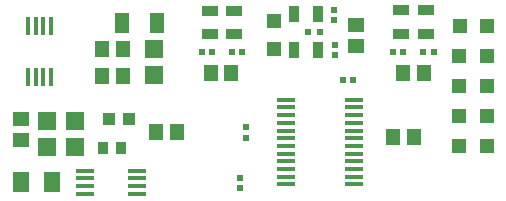
<source format=gbr>
%TF.GenerationSoftware,KiCad,Pcbnew,8.0.3*%
%TF.CreationDate,2024-08-07T15:39:48+03:00*%
%TF.ProjectId,Thermometer Schematic,54686572-6d6f-46d6-9574-657220536368,rev?*%
%TF.SameCoordinates,Original*%
%TF.FileFunction,Paste,Top*%
%TF.FilePolarity,Positive*%
%FSLAX46Y46*%
G04 Gerber Fmt 4.6, Leading zero omitted, Abs format (unit mm)*
G04 Created by KiCad (PCBNEW 8.0.3) date 2024-08-07 15:39:48*
%MOMM*%
%LPD*%
G01*
G04 APERTURE LIST*
G04 Aperture macros list*
%AMRoundRect*
0 Rectangle with rounded corners*
0 $1 Rounding radius*
0 $2 $3 $4 $5 $6 $7 $8 $9 X,Y pos of 4 corners*
0 Add a 4 corners polygon primitive as box body*
4,1,4,$2,$3,$4,$5,$6,$7,$8,$9,$2,$3,0*
0 Add four circle primitives for the rounded corners*
1,1,$1+$1,$2,$3*
1,1,$1+$1,$4,$5*
1,1,$1+$1,$6,$7*
1,1,$1+$1,$8,$9*
0 Add four rect primitives between the rounded corners*
20,1,$1+$1,$2,$3,$4,$5,0*
20,1,$1+$1,$4,$5,$6,$7,0*
20,1,$1+$1,$6,$7,$8,$9,0*
20,1,$1+$1,$8,$9,$2,$3,0*%
G04 Aperture macros list end*
%ADD10R,0.560000X0.600000*%
%ADD11R,1.524000X1.524000*%
%ADD12R,1.524000X1.497000*%
%ADD13RoundRect,0.102500X-0.642500X-0.102500X0.642500X-0.102500X0.642500X0.102500X-0.642500X0.102500X0*%
%ADD14RoundRect,0.102500X0.642500X0.102500X-0.642500X0.102500X-0.642500X-0.102500X0.642500X-0.102500X0*%
%ADD15R,0.540000X0.600000*%
%ADD16R,1.150000X1.150000*%
%ADD17R,0.600000X0.540000*%
%ADD18R,1.420000X0.920000*%
%ADD19R,0.431800X1.498600*%
%ADD20R,0.475000X0.500000*%
%ADD21R,1.470000X1.160000*%
%ADD22R,1.160000X1.470000*%
%ADD23R,0.600000X0.560000*%
%ADD24R,1.100000X1.000000*%
%ADD25R,0.920000X1.420000*%
%ADD26R,1.150000X1.800000*%
%ADD27R,1.440000X1.820000*%
%ADD28R,1.498600X0.406100*%
%ADD29R,1.498600X0.400000*%
%ADD30R,1.498600X0.410700*%
%ADD31R,0.850000X1.000000*%
G04 APERTURE END LIST*
D10*
%TO.C,R12*%
X108620000Y-95080000D03*
X107750000Y-95080000D03*
%TD*%
D11*
%TO.C,C4*%
X85110000Y-100799800D03*
D12*
X85110000Y-98590000D03*
%TD*%
D13*
%TO.C,U1*%
X102930000Y-96780000D03*
X102930000Y-97430000D03*
X102930000Y-98080000D03*
X102930000Y-98730000D03*
X102930000Y-99380000D03*
X102930000Y-100030000D03*
X102930000Y-100680000D03*
X102930000Y-101330000D03*
X102930000Y-101980000D03*
X102930000Y-102630000D03*
X102930000Y-103280000D03*
X102930000Y-103930000D03*
D14*
X108670000Y-103930000D03*
X108670000Y-103280000D03*
X108670000Y-102630000D03*
X108670000Y-101980000D03*
X108670000Y-101330000D03*
X108670000Y-100680000D03*
X108670000Y-100030000D03*
X108670000Y-99380000D03*
X108670000Y-98730000D03*
X108670000Y-98080000D03*
X108670000Y-97430000D03*
X108670000Y-96780000D03*
%TD*%
D15*
%TO.C,C14*%
X111991400Y-92749400D03*
X112855400Y-92749400D03*
%TD*%
D11*
%TO.C,C3*%
X91760000Y-94709800D03*
D12*
X91760000Y-92500000D03*
%TD*%
D16*
%TO.C,R18*%
X120000000Y-90530000D03*
X117650000Y-90530000D03*
%TD*%
D17*
%TO.C,R15*%
X99088000Y-103400000D03*
X99088000Y-104264000D03*
%TD*%
D18*
%TO.C,R17*%
X112658800Y-89200000D03*
X112658800Y-91200000D03*
%TD*%
D15*
%TO.C,C11*%
X95800600Y-92764800D03*
X96664600Y-92764800D03*
%TD*%
D17*
%TO.C,C19*%
X107050000Y-92980000D03*
X107050000Y-92116000D03*
%TD*%
D11*
%TO.C,C7*%
X82720000Y-100790000D03*
D12*
X82720000Y-98580200D03*
%TD*%
D19*
%TO.C,IC1*%
X83040000Y-90491200D03*
X82405000Y-90491200D03*
X81744600Y-90491200D03*
X81109600Y-90491200D03*
X81109600Y-94860000D03*
X81744600Y-94860000D03*
X82405000Y-94860000D03*
X83040000Y-94860000D03*
%TD*%
D20*
%TO.C,R10*%
X104832200Y-91049200D03*
X105856200Y-91049200D03*
%TD*%
D16*
%TO.C,R7*%
X119950000Y-93090000D03*
X117600000Y-93090000D03*
%TD*%
D18*
%TO.C,R3*%
X98580000Y-89220000D03*
X98580000Y-91220000D03*
%TD*%
D21*
%TO.C,C8*%
X80484400Y-98420300D03*
X80484400Y-100180300D03*
%TD*%
D22*
%TO.C,C9*%
X113750000Y-99940000D03*
X111990000Y-99940000D03*
%TD*%
D23*
%TO.C,R11*%
X99550000Y-99115000D03*
X99550000Y-99985000D03*
%TD*%
D15*
%TO.C,C15*%
X115446600Y-92731400D03*
X114582600Y-92731400D03*
%TD*%
D16*
%TO.C,R9*%
X101919200Y-92478200D03*
X101919200Y-90128200D03*
%TD*%
%TO.C,R14*%
X119960000Y-100720000D03*
X117610000Y-100720000D03*
%TD*%
D24*
%TO.C,R1*%
X89670000Y-98370000D03*
X87970000Y-98370000D03*
%TD*%
D25*
%TO.C,R6*%
X103627600Y-92573200D03*
X105627600Y-92573200D03*
%TD*%
D22*
%TO.C,C5*%
X89160000Y-92460000D03*
X87400000Y-92460000D03*
%TD*%
D18*
%TO.C,R4*%
X96474400Y-89239800D03*
X96474400Y-91239800D03*
%TD*%
D26*
%TO.C,C6*%
X92060000Y-90250000D03*
X89060000Y-90250000D03*
%TD*%
D27*
%TO.C,C2*%
X83150000Y-103710000D03*
X80478000Y-103710000D03*
%TD*%
D25*
%TO.C,R5*%
X103627600Y-89550600D03*
X105627600Y-89550600D03*
%TD*%
D22*
%TO.C,C12*%
X98319200Y-94497600D03*
X96559200Y-94497600D03*
%TD*%
D16*
%TO.C,R13*%
X119950000Y-98170000D03*
X117600000Y-98170000D03*
%TD*%
D18*
%TO.C,R19*%
X114760000Y-89200000D03*
X114760000Y-91200000D03*
%TD*%
D16*
%TO.C,R8*%
X119960000Y-95640000D03*
X117610000Y-95640000D03*
%TD*%
D15*
%TO.C,C10*%
X99255600Y-92770000D03*
X98391600Y-92770000D03*
%TD*%
D22*
%TO.C,C13*%
X93730000Y-99500000D03*
X91970000Y-99500000D03*
%TD*%
D28*
%TO.C,U2*%
X85935600Y-102781950D03*
D29*
X85935600Y-103435000D03*
X85935600Y-104085000D03*
D28*
X85935600Y-104738050D03*
X90304400Y-104738050D03*
D29*
X90304400Y-104085000D03*
D30*
X90304400Y-103440350D03*
D28*
X90304400Y-102781950D03*
%TD*%
D17*
%TO.C,C17*%
X107024600Y-89144200D03*
X107024600Y-90008200D03*
%TD*%
D31*
%TO.C,R2*%
X88950000Y-100860000D03*
X87450000Y-100860000D03*
%TD*%
D22*
%TO.C,C1*%
X89160000Y-94730000D03*
X87400000Y-94730000D03*
%TD*%
D21*
%TO.C,C18*%
X108840000Y-90450000D03*
X108840000Y-92210000D03*
%TD*%
D22*
%TO.C,C16*%
X112843000Y-94484000D03*
X114603000Y-94484000D03*
%TD*%
M02*

</source>
